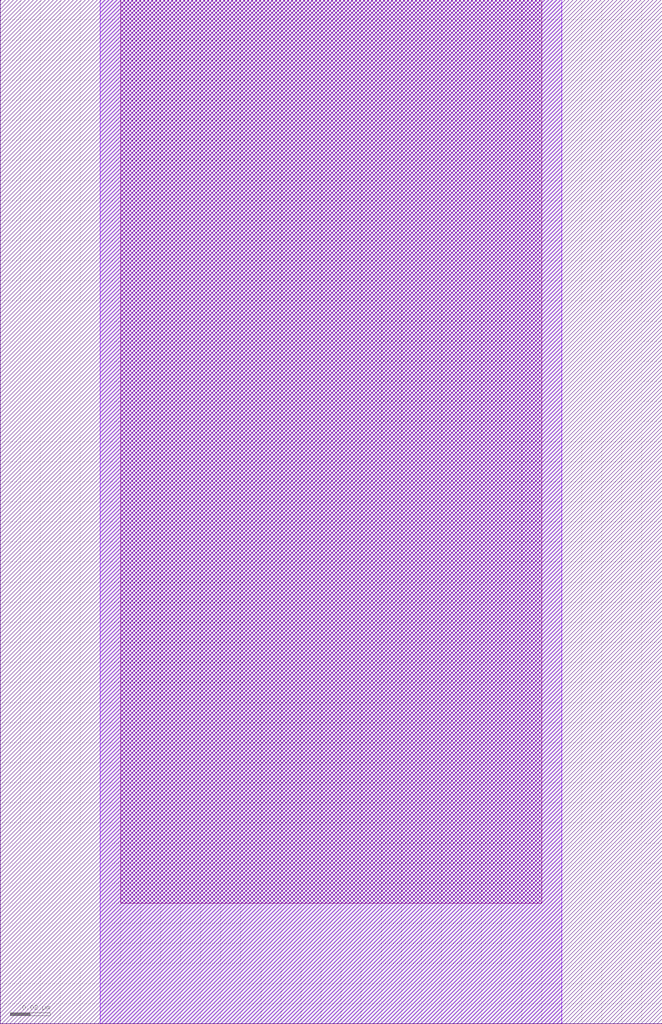
<source format=lef>
VERSION 5.7 ;
  NOWIREEXTENSIONATPIN ON ;
  DIVIDERCHAR "/" ;
  BUSBITCHARS "[]" ;
UNITS
  DATABASE MICRONS 200 ;
END UNITS

LAYER via2
  TYPE CUT ;
END via2

LAYER via
  TYPE CUT ;
END via

LAYER nwell
  TYPE MASTERSLICE ;
END nwell

LAYER via3
  TYPE CUT ;
END via3

LAYER pwell
  TYPE MASTERSLICE ;
END pwell

LAYER via4
  TYPE CUT ;
END via4

LAYER mcon
  TYPE CUT ;
END mcon

LAYER met6
  TYPE ROUTING ;
  WIDTH 0.030000 ;
  SPACING 0.040000 ;
  DIRECTION HORIZONTAL ;
END met6

LAYER met1
  TYPE ROUTING ;
  WIDTH 0.140000 ;
  SPACING 0.140000 ;
  DIRECTION HORIZONTAL ;
END met1

LAYER met3
  TYPE ROUTING ;
  WIDTH 0.300000 ;
  SPACING 0.300000 ;
  DIRECTION HORIZONTAL ;
END met3

LAYER met2
  TYPE ROUTING ;
  WIDTH 0.140000 ;
  SPACING 0.140000 ;
  DIRECTION HORIZONTAL ;
END met2

LAYER met4
  TYPE ROUTING ;
  WIDTH 0.300000 ;
  SPACING 0.300000 ;
  DIRECTION HORIZONTAL ;
END met4

LAYER met5
  TYPE ROUTING ;
  WIDTH 1.600000 ;
  SPACING 1.600000 ;
  DIRECTION HORIZONTAL ;
END met5

LAYER li1
  TYPE ROUTING ;
  WIDTH 0.170000 ;
  SPACING 0.170000 ;
  DIRECTION HORIZONTAL ;
END li1

MACRO sky130_hilas_poly2m1
  CLASS BLOCK ;
  FOREIGN sky130_hilas_poly2m1 ;
  ORIGIN 0.090 0.260 ;
  SIZE 0.330 BY 0.510 ;
  OBS
      LAYER li1 ;
        RECT -0.030 -0.200 0.180 0.250 ;
      LAYER met1 ;
        RECT -0.040 -0.260 0.190 0.250 ;
  END
END sky130_hilas_poly2m1
END LIBRARY


</source>
